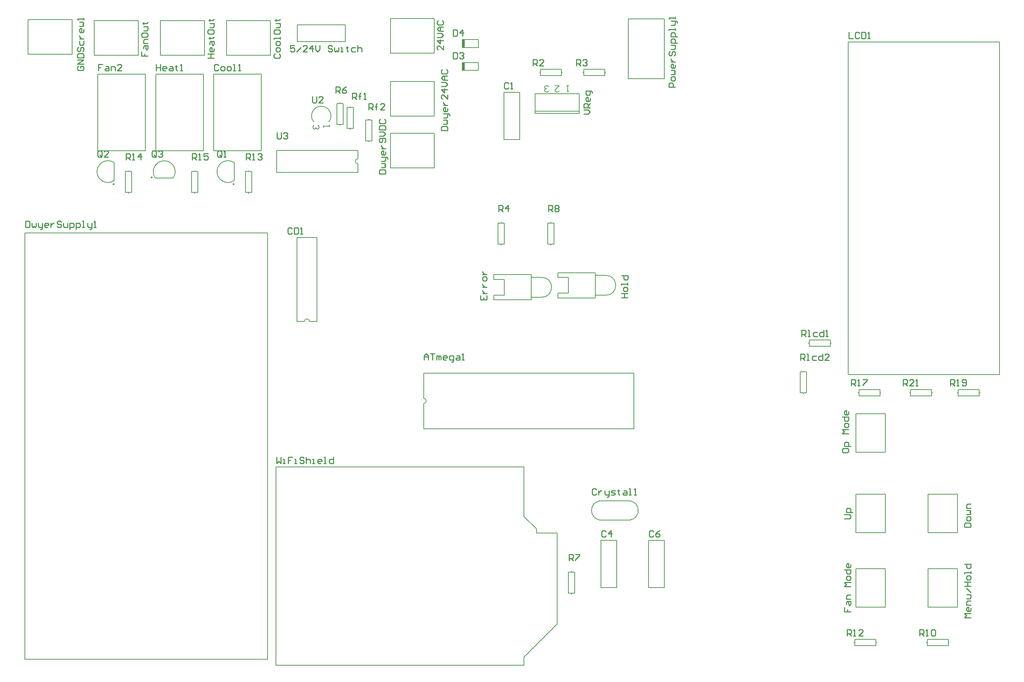
<source format=gto>
%FSLAX23Y23*%
%MOIN*%
G70*
G01*
G75*
G04 Layer_Color=65535*
%ADD10C,0.010*%
%ADD11C,0.001*%
%ADD12C,0.055*%
%ADD13R,0.059X0.059*%
%ADD14C,0.059*%
%ADD15C,0.059*%
%ADD16C,0.063*%
%ADD17R,0.063X0.063*%
%ADD18C,0.070*%
%ADD19R,0.075X0.075*%
%ADD20C,0.075*%
%ADD21C,0.106*%
G04:AMPARAMS|DCode=22|XSize=173mil|YSize=94mil|CornerRadius=24mil|HoleSize=0mil|Usage=FLASHONLY|Rotation=90.000|XOffset=0mil|YOffset=0mil|HoleType=Round|Shape=RoundedRectangle|*
%AMROUNDEDRECTD22*
21,1,0.173,0.047,0,0,90.0*
21,1,0.126,0.094,0,0,90.0*
1,1,0.047,0.024,0.063*
1,1,0.047,0.024,-0.063*
1,1,0.047,-0.024,-0.063*
1,1,0.047,-0.024,0.063*
%
%ADD22ROUNDEDRECTD22*%
%ADD23R,0.185X0.094*%
G04:AMPARAMS|DCode=24|XSize=173mil|YSize=94mil|CornerRadius=24mil|HoleSize=0mil|Usage=FLASHONLY|Rotation=180.000|XOffset=0mil|YOffset=0mil|HoleType=Round|Shape=RoundedRectangle|*
%AMROUNDEDRECTD24*
21,1,0.173,0.047,0,0,180.0*
21,1,0.126,0.094,0,0,180.0*
1,1,0.047,-0.063,0.024*
1,1,0.047,0.063,0.024*
1,1,0.047,0.063,-0.024*
1,1,0.047,-0.063,-0.024*
%
%ADD24ROUNDEDRECTD24*%
%ADD25C,0.091*%
%ADD26O,0.079X0.039*%
%ADD27O,0.079X0.039*%
%ADD28O,0.039X0.079*%
%ADD29O,0.039X0.079*%
%ADD30R,0.059X0.059*%
%ADD31C,0.047*%
%ADD32C,0.039*%
%ADD33R,0.047X0.047*%
%ADD34C,0.079*%
%ADD35R,0.079X0.079*%
%ADD36C,0.071*%
%ADD37C,0.008*%
%ADD38C,0.005*%
%ADD39C,0.010*%
%ADD40C,0.006*%
%ADD41R,0.031X0.075*%
D10*
X3346Y5335D02*
Y5395D01*
X3376D01*
X3386Y5385D01*
Y5365D01*
X3376Y5355D01*
X3346D01*
X3366D02*
X3386Y5335D01*
X3416D02*
Y5385D01*
Y5365D01*
X3406D01*
X3426D01*
X3416D01*
Y5385D01*
X3426Y5395D01*
X3496Y5335D02*
X3456D01*
X3496Y5375D01*
Y5385D01*
X3486Y5395D01*
X3466D01*
X3456Y5385D01*
X3189Y5433D02*
Y5493D01*
X3219D01*
X3229Y5483D01*
Y5463D01*
X3219Y5453D01*
X3189D01*
X3209D02*
X3229Y5433D01*
X3259D02*
Y5483D01*
Y5463D01*
X3249D01*
X3269D01*
X3259D01*
Y5483D01*
X3269Y5493D01*
X3299Y5433D02*
X3319D01*
X3309D01*
Y5493D01*
X3299Y5483D01*
X3031Y5492D02*
Y5552D01*
X3061D01*
X3071Y5542D01*
Y5522D01*
X3061Y5512D01*
X3031D01*
X3051D02*
X3071Y5492D01*
X3131Y5552D02*
X3111Y5542D01*
X3091Y5522D01*
Y5502D01*
X3101Y5492D01*
X3121D01*
X3131Y5502D01*
Y5512D01*
X3121Y5522D01*
X3091D01*
X2473Y5116D02*
Y5066D01*
X2483Y5056D01*
X2503D01*
X2513Y5066D01*
Y5116D01*
X2533Y5106D02*
X2543Y5116D01*
X2563D01*
X2573Y5106D01*
Y5096D01*
X2563Y5086D01*
X2553D01*
X2563D01*
X2573Y5076D01*
Y5066D01*
X2563Y5056D01*
X2543D01*
X2533Y5066D01*
X2638Y5946D02*
X2598D01*
Y5916D01*
X2618Y5926D01*
X2628D01*
X2638Y5916D01*
Y5896D01*
X2628Y5886D01*
X2608D01*
X2598Y5896D01*
X2658Y5886D02*
X2698Y5926D01*
X2758Y5886D02*
X2718D01*
X2758Y5926D01*
Y5936D01*
X2748Y5946D01*
X2728D01*
X2718Y5936D01*
X2808Y5886D02*
Y5946D01*
X2778Y5916D01*
X2818D01*
X2838Y5946D02*
Y5906D01*
X2858Y5886D01*
X2878Y5906D01*
Y5946D01*
X2998Y5936D02*
X2988Y5946D01*
X2968D01*
X2958Y5936D01*
Y5926D01*
X2968Y5916D01*
X2988D01*
X2998Y5906D01*
Y5896D01*
X2988Y5886D01*
X2968D01*
X2958Y5896D01*
X3018Y5926D02*
Y5896D01*
X3028Y5886D01*
X3038Y5896D01*
X3048Y5886D01*
X3058Y5896D01*
Y5926D01*
X3078Y5886D02*
X3098D01*
X3088D01*
Y5926D01*
X3078D01*
X3138Y5936D02*
Y5926D01*
X3128D01*
X3148D01*
X3138D01*
Y5896D01*
X3148Y5886D01*
X3218Y5926D02*
X3188D01*
X3178Y5916D01*
Y5896D01*
X3188Y5886D01*
X3218D01*
X3238Y5946D02*
Y5886D01*
Y5916D01*
X3248Y5926D01*
X3268D01*
X3278Y5916D01*
Y5886D01*
X5393Y5295D02*
X5433D01*
X5453Y5315D01*
X5433Y5335D01*
X5393D01*
X5453Y5355D02*
X5393D01*
Y5385D01*
X5403Y5395D01*
X5423D01*
X5433Y5385D01*
Y5355D01*
Y5375D02*
X5453Y5395D01*
Y5445D02*
Y5425D01*
X5443Y5415D01*
X5423D01*
X5413Y5425D01*
Y5445D01*
X5423Y5455D01*
X5433D01*
Y5415D01*
X5473Y5495D02*
Y5505D01*
X5463Y5515D01*
X5413D01*
Y5485D01*
X5423Y5475D01*
X5443D01*
X5453Y5485D01*
Y5515D01*
X4408Y3563D02*
X4409Y3523D01*
X4469Y3524D01*
X4468Y3564D01*
X4439Y3524D02*
X4438Y3544D01*
X4428Y3583D02*
X4468Y3584D01*
X4448Y3584D01*
X4438Y3593D01*
X4428Y3603D01*
X4428Y3613D01*
X4428Y3643D02*
X4468Y3644D01*
X4448Y3644D01*
X4438Y3653D01*
X4428Y3663D01*
X4428Y3673D01*
X4468Y3714D02*
X4468Y3734D01*
X4458Y3744D01*
X4438Y3743D01*
X4428Y3733D01*
X4428Y3713D01*
X4438Y3703D01*
X4458Y3704D01*
X4468Y3714D01*
X4428Y3763D02*
X4468Y3764D01*
X4448Y3763D01*
X4438Y3773D01*
X4428Y3783D01*
X4428Y3793D01*
X5747Y3544D02*
X5807Y3543D01*
X5777Y3544D01*
X5778Y3584D01*
X5748Y3584D01*
X5808Y3583D01*
X5808Y3613D02*
X5809Y3633D01*
X5799Y3643D01*
X5779Y3644D01*
X5769Y3634D01*
X5768Y3614D01*
X5778Y3604D01*
X5798Y3603D01*
X5808Y3613D01*
X5809Y3663D02*
X5809Y3683D01*
X5809Y3673D01*
X5749Y3674D01*
X5749Y3664D01*
X5751Y3754D02*
X5811Y3753D01*
X5810Y3723D01*
X5800Y3713D01*
X5780Y3714D01*
X5770Y3724D01*
X5771Y3754D01*
X9015Y1358D02*
X9075D01*
Y1388D01*
X9065Y1398D01*
X9025D01*
X9015Y1388D01*
Y1358D01*
X9075Y1428D02*
Y1448D01*
X9065Y1458D01*
X9045D01*
X9035Y1448D01*
Y1428D01*
X9045Y1418D01*
X9065D01*
X9075Y1428D01*
X9035Y1478D02*
X9065D01*
X9075Y1488D01*
X9065Y1498D01*
X9075Y1508D01*
X9065Y1518D01*
X9035D01*
X9075Y1538D02*
X9035D01*
Y1568D01*
X9045Y1578D01*
X9075D01*
Y492D02*
X9015D01*
X9035Y512D01*
X9015Y532D01*
X9075D01*
Y582D02*
Y562D01*
X9065Y552D01*
X9045D01*
X9035Y562D01*
Y582D01*
X9045Y592D01*
X9055D01*
Y552D01*
X9075Y612D02*
X9035D01*
Y642D01*
X9045Y652D01*
X9075D01*
X9035Y672D02*
X9065D01*
X9075Y682D01*
Y712D01*
X9035D01*
X9075Y732D02*
X9035Y772D01*
X9015Y792D02*
X9075D01*
X9045D01*
Y832D01*
X9015D01*
X9075D01*
Y862D02*
Y882D01*
X9065Y892D01*
X9045D01*
X9035Y882D01*
Y862D01*
X9045Y852D01*
X9065D01*
X9075Y862D01*
Y912D02*
Y932D01*
Y922D01*
X9015D01*
Y912D01*
Y1002D02*
X9075D01*
Y972D01*
X9065Y962D01*
X9045D01*
X9035Y972D01*
Y1002D01*
X7873Y591D02*
Y551D01*
X7903D01*
Y571D01*
Y551D01*
X7933D01*
X7893Y621D02*
Y641D01*
X7903Y651D01*
X7933D01*
Y621D01*
X7923Y611D01*
X7913Y621D01*
Y651D01*
X7933Y671D02*
X7893D01*
Y701D01*
X7903Y711D01*
X7933D01*
Y791D02*
X7873D01*
X7893Y811D01*
X7873Y831D01*
X7933D01*
Y861D02*
Y881D01*
X7923Y891D01*
X7903D01*
X7893Y881D01*
Y861D01*
X7903Y851D01*
X7923D01*
X7933Y861D01*
X7873Y951D02*
X7933D01*
Y921D01*
X7923Y911D01*
X7903D01*
X7893Y921D01*
Y951D01*
X7933Y1001D02*
Y981D01*
X7923Y971D01*
X7903D01*
X7893Y981D01*
Y1001D01*
X7903Y1011D01*
X7913D01*
Y971D01*
X7873Y1437D02*
X7923D01*
X7933Y1447D01*
Y1467D01*
X7923Y1477D01*
X7873D01*
X7953Y1497D02*
X7893D01*
Y1527D01*
X7903Y1537D01*
X7923D01*
X7933Y1527D01*
Y1497D01*
X7853Y2097D02*
Y2077D01*
X7863Y2067D01*
X7903D01*
X7913Y2077D01*
Y2097D01*
X7903Y2107D01*
X7863D01*
X7853Y2097D01*
X7933Y2127D02*
X7873D01*
Y2157D01*
X7883Y2167D01*
X7903D01*
X7913Y2157D01*
Y2127D01*
Y2247D02*
X7853D01*
X7873Y2267D01*
X7853Y2287D01*
X7913D01*
Y2317D02*
Y2337D01*
X7903Y2347D01*
X7883D01*
X7873Y2337D01*
Y2317D01*
X7883Y2307D01*
X7903D01*
X7913Y2317D01*
X7853Y2407D02*
X7913D01*
Y2377D01*
X7903Y2367D01*
X7883D01*
X7873Y2377D01*
Y2407D01*
X7913Y2457D02*
Y2437D01*
X7903Y2427D01*
X7883D01*
X7873Y2437D01*
Y2457D01*
X7883Y2467D01*
X7893D01*
Y2427D01*
X3444Y4724D02*
X3504D01*
Y4754D01*
X3494Y4764D01*
X3454D01*
X3444Y4754D01*
Y4724D01*
X3464Y4784D02*
X3494D01*
X3504Y4794D01*
X3494Y4804D01*
X3504Y4814D01*
X3494Y4824D01*
X3464D01*
Y4844D02*
X3494D01*
X3504Y4854D01*
Y4884D01*
X3514D01*
X3524Y4874D01*
Y4864D01*
X3504Y4884D02*
X3464D01*
X3504Y4934D02*
Y4914D01*
X3494Y4904D01*
X3474D01*
X3464Y4914D01*
Y4934D01*
X3474Y4944D01*
X3484D01*
Y4904D01*
X3464Y4964D02*
X3504D01*
X3484D01*
X3474Y4974D01*
X3464Y4984D01*
Y4994D01*
X3494Y5024D02*
X3504Y5034D01*
Y5054D01*
X3494Y5064D01*
X3454D01*
X3444Y5054D01*
Y5034D01*
X3454Y5024D01*
X3464D01*
X3474Y5034D01*
Y5064D01*
X3444Y5084D02*
X3484D01*
X3504Y5104D01*
X3484Y5124D01*
X3444D01*
Y5144D02*
X3504D01*
Y5174D01*
X3494Y5184D01*
X3454D01*
X3444Y5174D01*
Y5144D01*
X3454Y5244D02*
X3444Y5234D01*
Y5214D01*
X3454Y5204D01*
X3494D01*
X3504Y5214D01*
Y5234D01*
X3494Y5244D01*
X4035Y5138D02*
X4094D01*
Y5168D01*
X4084Y5178D01*
X4045D01*
X4035Y5168D01*
Y5138D01*
X4055Y5198D02*
X4084D01*
X4094Y5208D01*
X4084Y5218D01*
X4094Y5228D01*
X4084Y5238D01*
X4055D01*
Y5258D02*
X4084D01*
X4094Y5268D01*
Y5298D01*
X4104D01*
X4114Y5288D01*
Y5278D01*
X4094Y5298D02*
X4055D01*
X4094Y5348D02*
Y5328D01*
X4084Y5318D01*
X4064D01*
X4055Y5328D01*
Y5348D01*
X4064Y5358D01*
X4074D01*
Y5318D01*
X4055Y5378D02*
X4094D01*
X4074D01*
X4064Y5388D01*
X4055Y5398D01*
Y5408D01*
X4094Y5478D02*
Y5438D01*
X4055Y5478D01*
X4045D01*
X4035Y5468D01*
Y5448D01*
X4045Y5438D01*
X4094Y5528D02*
X4035D01*
X4064Y5498D01*
Y5538D01*
X4035Y5558D02*
X4074D01*
X4094Y5578D01*
X4074Y5598D01*
X4035D01*
X4094Y5618D02*
X4055D01*
X4035Y5638D01*
X4055Y5658D01*
X4094D01*
X4064D01*
Y5618D01*
X4045Y5718D02*
X4035Y5708D01*
Y5688D01*
X4045Y5678D01*
X4084D01*
X4094Y5688D01*
Y5708D01*
X4084Y5718D01*
X580Y5749D02*
X570Y5739D01*
Y5719D01*
X580Y5709D01*
X620D01*
X630Y5719D01*
Y5739D01*
X620Y5749D01*
X600D01*
Y5729D01*
X630Y5769D02*
X570D01*
X630Y5809D01*
X570D01*
Y5829D02*
X630D01*
Y5859D01*
X620Y5869D01*
X580D01*
X570Y5859D01*
Y5829D01*
X580Y5929D02*
X570Y5919D01*
Y5899D01*
X580Y5889D01*
X590D01*
X600Y5899D01*
Y5919D01*
X610Y5929D01*
X620D01*
X630Y5919D01*
Y5899D01*
X620Y5889D01*
X590Y5989D02*
Y5959D01*
X600Y5949D01*
X620D01*
X630Y5959D01*
Y5989D01*
X590Y6009D02*
X630D01*
X610D01*
X600Y6019D01*
X590Y6029D01*
Y6039D01*
X630Y6099D02*
Y6079D01*
X620Y6069D01*
X600D01*
X590Y6079D01*
Y6099D01*
X600Y6109D01*
X610D01*
Y6069D01*
X590Y6129D02*
X620D01*
X630Y6139D01*
X620Y6149D01*
X630Y6159D01*
X620Y6169D01*
X590D01*
X630Y6189D02*
Y6208D01*
Y6199D01*
X570D01*
X580Y6189D01*
X1180Y5886D02*
Y5846D01*
X1210D01*
Y5866D01*
Y5846D01*
X1240D01*
X1200Y5916D02*
Y5936D01*
X1210Y5946D01*
X1240D01*
Y5916D01*
X1230Y5906D01*
X1220Y5916D01*
Y5946D01*
X1240Y5966D02*
X1200D01*
Y5996D01*
X1210Y6006D01*
X1240D01*
X1180Y6056D02*
Y6036D01*
X1190Y6026D01*
X1230D01*
X1240Y6036D01*
Y6056D01*
X1230Y6066D01*
X1190D01*
X1180Y6056D01*
X1200Y6086D02*
X1230D01*
X1240Y6096D01*
Y6126D01*
X1200D01*
X1190Y6156D02*
X1200D01*
Y6146D01*
Y6166D01*
Y6156D01*
X1230D01*
X1240Y6166D01*
X1810Y5827D02*
X1870D01*
X1840D01*
Y5867D01*
X1810D01*
X1870D01*
Y5917D02*
Y5897D01*
X1860Y5887D01*
X1840D01*
X1830Y5897D01*
Y5917D01*
X1840Y5927D01*
X1850D01*
Y5887D01*
X1830Y5957D02*
Y5977D01*
X1840Y5987D01*
X1870D01*
Y5957D01*
X1860Y5947D01*
X1850Y5957D01*
Y5987D01*
X1820Y6017D02*
X1830D01*
Y6007D01*
Y6027D01*
Y6017D01*
X1860D01*
X1870Y6027D01*
X1810Y6087D02*
Y6067D01*
X1820Y6057D01*
X1860D01*
X1870Y6067D01*
Y6087D01*
X1860Y6097D01*
X1820D01*
X1810Y6087D01*
X1830Y6117D02*
X1860D01*
X1870Y6127D01*
Y6157D01*
X1830D01*
X1820Y6187D02*
X1830D01*
Y6177D01*
Y6197D01*
Y6187D01*
X1860D01*
X1870Y6197D01*
X2450Y5867D02*
X2440Y5857D01*
Y5837D01*
X2450Y5827D01*
X2490D01*
X2500Y5837D01*
Y5857D01*
X2490Y5867D01*
X2500Y5897D02*
Y5917D01*
X2490Y5927D01*
X2470D01*
X2460Y5917D01*
Y5897D01*
X2470Y5887D01*
X2490D01*
X2500Y5897D01*
Y5957D02*
Y5977D01*
X2490Y5987D01*
X2470D01*
X2460Y5977D01*
Y5957D01*
X2470Y5947D01*
X2490D01*
X2500Y5957D01*
Y6007D02*
Y6027D01*
Y6017D01*
X2440D01*
Y6007D01*
Y6087D02*
Y6067D01*
X2450Y6057D01*
X2490D01*
X2500Y6067D01*
Y6087D01*
X2490Y6097D01*
X2450D01*
X2440Y6087D01*
X2460Y6117D02*
X2490D01*
X2500Y6127D01*
Y6157D01*
X2460D01*
X2450Y6187D02*
X2460D01*
Y6177D01*
Y6197D01*
Y6187D01*
X2490D01*
X2500Y6197D01*
X4055Y5945D02*
Y5906D01*
X4015Y5945D01*
X4005D01*
X3995Y5936D01*
Y5916D01*
X4005Y5906D01*
X4055Y5995D02*
X3995D01*
X4025Y5965D01*
Y6005D01*
X3995Y6025D02*
X4035D01*
X4055Y6045D01*
X4035Y6065D01*
X3995D01*
X4055Y6085D02*
X4015D01*
X3995Y6105D01*
X4015Y6125D01*
X4055D01*
X4025D01*
Y6085D01*
X4005Y6185D02*
X3995Y6175D01*
Y6155D01*
X4005Y6145D01*
X4045D01*
X4055Y6155D01*
Y6175D01*
X4045Y6185D01*
X6260Y5551D02*
X6200D01*
Y5581D01*
X6210Y5591D01*
X6230D01*
X6240Y5581D01*
Y5551D01*
X6260Y5621D02*
Y5641D01*
X6250Y5651D01*
X6230D01*
X6220Y5641D01*
Y5621D01*
X6230Y5611D01*
X6250D01*
X6260Y5621D01*
X6220Y5671D02*
X6250D01*
X6260Y5681D01*
X6250Y5691D01*
X6260Y5701D01*
X6250Y5711D01*
X6220D01*
X6260Y5761D02*
Y5741D01*
X6250Y5731D01*
X6230D01*
X6220Y5741D01*
Y5761D01*
X6230Y5771D01*
X6240D01*
Y5731D01*
X6220Y5791D02*
X6260D01*
X6240D01*
X6230Y5801D01*
X6220Y5811D01*
Y5821D01*
X6210Y5891D02*
X6200Y5881D01*
Y5861D01*
X6210Y5851D01*
X6220D01*
X6230Y5861D01*
Y5881D01*
X6240Y5891D01*
X6250D01*
X6260Y5881D01*
Y5861D01*
X6250Y5851D01*
X6220Y5911D02*
X6250D01*
X6260Y5921D01*
Y5951D01*
X6220D01*
X6280Y5971D02*
X6220D01*
Y6001D01*
X6230Y6011D01*
X6250D01*
X6260Y6001D01*
Y5971D01*
X6280Y6031D02*
X6220D01*
Y6061D01*
X6230Y6071D01*
X6250D01*
X6260Y6061D01*
Y6031D01*
Y6091D02*
Y6111D01*
Y6101D01*
X6200D01*
Y6091D01*
X6220Y6141D02*
X6250D01*
X6260Y6151D01*
Y6181D01*
X6270D01*
X6280Y6171D01*
Y6161D01*
X6260Y6181D02*
X6220D01*
X6260Y6201D02*
Y6221D01*
Y6211D01*
X6200D01*
X6210Y6201D01*
X3873Y2951D02*
Y2991D01*
X3893Y3011D01*
X3913Y2991D01*
Y2951D01*
Y2981D01*
X3873D01*
X3933Y3011D02*
X3973D01*
X3953D01*
Y2951D01*
X3993D02*
Y2991D01*
X4003D01*
X4013Y2981D01*
Y2951D01*
Y2981D01*
X4023Y2991D01*
X4033Y2981D01*
Y2951D01*
X4083D02*
X4063D01*
X4053Y2961D01*
Y2981D01*
X4063Y2991D01*
X4083D01*
X4093Y2981D01*
Y2971D01*
X4053D01*
X4133Y2931D02*
X4143D01*
X4153Y2941D01*
Y2991D01*
X4123D01*
X4113Y2981D01*
Y2961D01*
X4123Y2951D01*
X4153D01*
X4183Y2991D02*
X4203D01*
X4213Y2981D01*
Y2951D01*
X4183D01*
X4173Y2961D01*
X4183Y2971D01*
X4213D01*
X4233Y2951D02*
X4253D01*
X4243D01*
Y3011D01*
X4233Y3001D01*
X4676Y5584D02*
X4666Y5594D01*
X4646D01*
X4636Y5584D01*
Y5544D01*
X4646Y5534D01*
X4666D01*
X4676Y5544D01*
X4696Y5534D02*
X4716D01*
X4706D01*
Y5594D01*
X4696Y5584D01*
X5601Y1312D02*
X5591Y1322D01*
X5571D01*
X5561Y1312D01*
Y1272D01*
X5571Y1262D01*
X5591D01*
X5601Y1272D01*
X5651Y1262D02*
Y1322D01*
X5621Y1292D01*
X5661D01*
X6054Y1312D02*
X6044Y1322D01*
X6024D01*
X6014Y1312D01*
Y1272D01*
X6024Y1262D01*
X6044D01*
X6054Y1272D01*
X6114Y1322D02*
X6094Y1312D01*
X6074Y1292D01*
Y1272D01*
X6084Y1262D01*
X6104D01*
X6114Y1272D01*
Y1282D01*
X6104Y1292D01*
X6074D01*
X2615Y4200D02*
X2605Y4210D01*
X2585D01*
X2575Y4200D01*
Y4160D01*
X2585Y4150D01*
X2605D01*
X2615Y4160D01*
X2635Y4210D02*
Y4150D01*
X2665D01*
X2675Y4160D01*
Y4200D01*
X2665Y4210D01*
X2635D01*
X2695Y4150D02*
X2715D01*
X2705D01*
Y4210D01*
X2695Y4200D01*
X1914Y5757D02*
X1904Y5767D01*
X1884D01*
X1874Y5757D01*
Y5717D01*
X1884Y5707D01*
X1904D01*
X1914Y5717D01*
X1944Y5707D02*
X1964D01*
X1974Y5717D01*
Y5737D01*
X1964Y5747D01*
X1944D01*
X1934Y5737D01*
Y5717D01*
X1944Y5707D01*
X2004D02*
X2024D01*
X2034Y5717D01*
Y5737D01*
X2024Y5747D01*
X2004D01*
X1994Y5737D01*
Y5717D01*
X2004Y5707D01*
X2054D02*
X2074D01*
X2064D01*
Y5767D01*
X2054D01*
X2104Y5707D02*
X2124D01*
X2114D01*
Y5767D01*
X2104Y5757D01*
X5511Y1712D02*
X5501Y1722D01*
X5481D01*
X5471Y1712D01*
Y1672D01*
X5481Y1662D01*
X5501D01*
X5511Y1672D01*
X5531Y1702D02*
Y1662D01*
Y1682D01*
X5541Y1692D01*
X5551Y1702D01*
X5561D01*
X5591D02*
Y1672D01*
X5601Y1662D01*
X5631D01*
Y1652D01*
X5621Y1642D01*
X5611D01*
X5631Y1662D02*
Y1702D01*
X5651Y1662D02*
X5681D01*
X5691Y1672D01*
X5681Y1682D01*
X5661D01*
X5651Y1692D01*
X5661Y1702D01*
X5691D01*
X5721Y1712D02*
Y1702D01*
X5711D01*
X5731D01*
X5721D01*
Y1672D01*
X5731Y1662D01*
X5771Y1702D02*
X5791D01*
X5801Y1692D01*
Y1662D01*
X5771D01*
X5761Y1672D01*
X5771Y1682D01*
X5801D01*
X5821Y1662D02*
X5841D01*
X5831D01*
Y1722D01*
X5821D01*
X5871Y1662D02*
X5891D01*
X5881D01*
Y1722D01*
X5871Y1712D01*
X4148Y5879D02*
Y5819D01*
X4178D01*
X4188Y5829D01*
Y5869D01*
X4178Y5879D01*
X4148D01*
X4208Y5869D02*
X4218Y5879D01*
X4238D01*
X4248Y5869D01*
Y5859D01*
X4238Y5849D01*
X4228D01*
X4238D01*
X4248Y5839D01*
Y5829D01*
X4238Y5819D01*
X4218D01*
X4208Y5829D01*
X4148Y6096D02*
Y6036D01*
X4178D01*
X4188Y6046D01*
Y6086D01*
X4178Y6096D01*
X4148D01*
X4238Y6036D02*
Y6096D01*
X4208Y6066D01*
X4248D01*
X77Y4275D02*
Y4215D01*
X107D01*
X117Y4225D01*
Y4265D01*
X107Y4275D01*
X77D01*
X137Y4255D02*
Y4225D01*
X147Y4215D01*
X157Y4225D01*
X167Y4215D01*
X177Y4225D01*
Y4255D01*
X197D02*
Y4225D01*
X207Y4215D01*
X237D01*
Y4205D01*
X227Y4195D01*
X217D01*
X237Y4215D02*
Y4255D01*
X287Y4215D02*
X267D01*
X257Y4225D01*
Y4245D01*
X267Y4255D01*
X287D01*
X297Y4245D01*
Y4235D01*
X257D01*
X317Y4255D02*
Y4215D01*
Y4235D01*
X327Y4245D01*
X337Y4255D01*
X347D01*
X417Y4265D02*
X407Y4275D01*
X387D01*
X377Y4265D01*
Y4255D01*
X387Y4245D01*
X407D01*
X417Y4235D01*
Y4225D01*
X407Y4215D01*
X387D01*
X377Y4225D01*
X437Y4255D02*
Y4225D01*
X447Y4215D01*
X477D01*
Y4255D01*
X497Y4195D02*
Y4255D01*
X527D01*
X537Y4245D01*
Y4225D01*
X527Y4215D01*
X497D01*
X557Y4195D02*
Y4255D01*
X587D01*
X597Y4245D01*
Y4225D01*
X587Y4215D01*
X557D01*
X617D02*
X637D01*
X627D01*
Y4275D01*
X617D01*
X667Y4255D02*
Y4225D01*
X677Y4215D01*
X707D01*
Y4205D01*
X697Y4195D01*
X687D01*
X707Y4215D02*
Y4255D01*
X727Y4215D02*
X747D01*
X737D01*
Y4275D01*
X727Y4265D01*
X812Y5767D02*
X772D01*
Y5737D01*
X792D01*
X772D01*
Y5707D01*
X842Y5747D02*
X862D01*
X872Y5737D01*
Y5707D01*
X842D01*
X832Y5717D01*
X842Y5727D01*
X872D01*
X892Y5707D02*
Y5747D01*
X922D01*
X932Y5737D01*
Y5707D01*
X992D02*
X952D01*
X992Y5747D01*
Y5757D01*
X982Y5767D01*
X962D01*
X952Y5757D01*
X1323Y5767D02*
Y5707D01*
Y5737D01*
X1363D01*
Y5767D01*
Y5707D01*
X1413D02*
X1393D01*
X1383Y5717D01*
Y5737D01*
X1393Y5747D01*
X1413D01*
X1423Y5737D01*
Y5727D01*
X1383D01*
X1453Y5747D02*
X1473D01*
X1483Y5737D01*
Y5707D01*
X1453D01*
X1443Y5717D01*
X1453Y5727D01*
X1483D01*
X1513Y5757D02*
Y5747D01*
X1503D01*
X1523D01*
X1513D01*
Y5717D01*
X1523Y5707D01*
X1553D02*
X1573D01*
X1563D01*
Y5767D01*
X1553Y5757D01*
X7914Y6075D02*
Y6015D01*
X7954D01*
X8014Y6065D02*
X8004Y6075D01*
X7984D01*
X7974Y6065D01*
Y6025D01*
X7984Y6015D01*
X8004D01*
X8014Y6025D01*
X8034Y6075D02*
Y6015D01*
X8064D01*
X8074Y6025D01*
Y6065D01*
X8064Y6075D01*
X8034D01*
X8094Y6015D02*
X8114D01*
X8104D01*
Y6075D01*
X8094Y6065D01*
X804Y4893D02*
Y4933D01*
X794Y4943D01*
X774D01*
X764Y4933D01*
Y4893D01*
X774Y4883D01*
X794D01*
X784Y4903D02*
X804Y4883D01*
X794D02*
X804Y4893D01*
X864Y4883D02*
X824D01*
X864Y4923D01*
Y4933D01*
X854Y4943D01*
X834D01*
X824Y4933D01*
X1320Y4892D02*
Y4932D01*
X1310Y4942D01*
X1290D01*
X1280Y4932D01*
Y4892D01*
X1290Y4882D01*
X1310D01*
X1300Y4902D02*
X1320Y4882D01*
X1310D02*
X1320Y4892D01*
X1340Y4932D02*
X1350Y4942D01*
X1370D01*
X1380Y4932D01*
Y4922D01*
X1370Y4912D01*
X1360D01*
X1370D01*
X1380Y4902D01*
Y4892D01*
X1370Y4882D01*
X1350D01*
X1340Y4892D01*
X4907Y5753D02*
Y5813D01*
X4937D01*
X4947Y5803D01*
Y5783D01*
X4937Y5773D01*
X4907D01*
X4927D02*
X4947Y5753D01*
X5007D02*
X4967D01*
X5007Y5793D01*
Y5803D01*
X4997Y5813D01*
X4977D01*
X4967Y5803D01*
X5320Y5753D02*
Y5813D01*
X5350D01*
X5360Y5803D01*
Y5783D01*
X5350Y5773D01*
X5320D01*
X5340D02*
X5360Y5753D01*
X5380Y5803D02*
X5390Y5813D01*
X5410D01*
X5420Y5803D01*
Y5793D01*
X5410Y5783D01*
X5400D01*
X5410D01*
X5420Y5773D01*
Y5763D01*
X5410Y5753D01*
X5390D01*
X5380Y5763D01*
X4582Y4365D02*
Y4425D01*
X4612D01*
X4622Y4415D01*
Y4395D01*
X4612Y4385D01*
X4582D01*
X4602D02*
X4622Y4365D01*
X4672D02*
Y4425D01*
X4642Y4395D01*
X4682D01*
X5251Y1038D02*
Y1098D01*
X5281D01*
X5291Y1088D01*
Y1068D01*
X5281Y1058D01*
X5251D01*
X5271D02*
X5291Y1038D01*
X5311Y1098D02*
X5351D01*
Y1088D01*
X5311Y1048D01*
Y1038D01*
X5055Y4365D02*
Y4425D01*
X5085D01*
X5095Y4415D01*
Y4395D01*
X5085Y4385D01*
X5055D01*
X5075D02*
X5095Y4365D01*
X5115Y4415D02*
X5125Y4425D01*
X5145D01*
X5155Y4415D01*
Y4405D01*
X5145Y4395D01*
X5155Y4385D01*
Y4375D01*
X5145Y4365D01*
X5125D01*
X5115Y4375D01*
Y4385D01*
X5125Y4395D01*
X5115Y4405D01*
Y4415D01*
X5125Y4395D02*
X5145D01*
X8589Y320D02*
Y380D01*
X8619D01*
X8629Y370D01*
Y350D01*
X8619Y340D01*
X8589D01*
X8609D02*
X8629Y320D01*
X8649D02*
X8669D01*
X8659D01*
Y380D01*
X8649Y370D01*
X8699D02*
X8709Y380D01*
X8729D01*
X8739Y370D01*
Y330D01*
X8729Y320D01*
X8709D01*
X8699Y330D01*
Y370D01*
X7899Y320D02*
Y380D01*
X7929D01*
X7939Y370D01*
Y350D01*
X7929Y340D01*
X7899D01*
X7919D02*
X7939Y320D01*
X7959D02*
X7979D01*
X7969D01*
Y380D01*
X7959Y370D01*
X8049Y320D02*
X8009D01*
X8049Y360D01*
Y370D01*
X8039Y380D01*
X8019D01*
X8009Y370D01*
X2177Y4858D02*
Y4918D01*
X2207D01*
X2217Y4908D01*
Y4888D01*
X2207Y4878D01*
X2177D01*
X2197D02*
X2217Y4858D01*
X2237D02*
X2257D01*
X2247D01*
Y4918D01*
X2237Y4908D01*
X2287D02*
X2297Y4918D01*
X2317D01*
X2327Y4908D01*
Y4898D01*
X2317Y4888D01*
X2307D01*
X2317D01*
X2327Y4878D01*
Y4868D01*
X2317Y4858D01*
X2297D01*
X2287Y4868D01*
X1035Y4857D02*
Y4917D01*
X1065D01*
X1075Y4907D01*
Y4887D01*
X1065Y4877D01*
X1035D01*
X1055D02*
X1075Y4857D01*
X1095D02*
X1115D01*
X1105D01*
Y4917D01*
X1095Y4907D01*
X1175Y4857D02*
Y4917D01*
X1145Y4887D01*
X1185D01*
X1665Y4858D02*
Y4918D01*
X1695D01*
X1705Y4908D01*
Y4888D01*
X1695Y4878D01*
X1665D01*
X1685D02*
X1705Y4858D01*
X1725D02*
X1745D01*
X1735D01*
Y4918D01*
X1725Y4908D01*
X1815Y4918D02*
X1775D01*
Y4888D01*
X1795Y4898D01*
X1805D01*
X1815Y4888D01*
Y4868D01*
X1805Y4858D01*
X1785D01*
X1775Y4868D01*
X7939Y2702D02*
Y2762D01*
X7969D01*
X7979Y2752D01*
Y2732D01*
X7969Y2722D01*
X7939D01*
X7959D02*
X7979Y2702D01*
X7999D02*
X8019D01*
X8009D01*
Y2762D01*
X7999Y2752D01*
X8049Y2762D02*
X8088D01*
Y2752D01*
X8049Y2712D01*
Y2702D01*
X8883Y2702D02*
Y2762D01*
X8913D01*
X8923Y2752D01*
Y2732D01*
X8913Y2722D01*
X8883D01*
X8903D02*
X8923Y2702D01*
X8943D02*
X8963D01*
X8953D01*
Y2762D01*
X8943Y2752D01*
X8993Y2712D02*
X9003Y2702D01*
X9023D01*
X9033Y2712D01*
Y2752D01*
X9023Y2762D01*
X9003D01*
X8993Y2752D01*
Y2742D01*
X9003Y2732D01*
X9033D01*
X8431Y2702D02*
Y2762D01*
X8461D01*
X8471Y2752D01*
Y2732D01*
X8461Y2722D01*
X8431D01*
X8451D02*
X8471Y2702D01*
X8531D02*
X8491D01*
X8531Y2742D01*
Y2752D01*
X8521Y2762D01*
X8501D01*
X8491Y2752D01*
X8551Y2702D02*
X8571D01*
X8561D01*
Y2762D01*
X8551Y2752D01*
X7466Y3175D02*
Y3235D01*
X7496D01*
X7506Y3225D01*
Y3205D01*
X7496Y3195D01*
X7466D01*
X7486D02*
X7506Y3175D01*
X7526D02*
X7546D01*
X7536D01*
Y3235D01*
X7526D01*
X7616Y3215D02*
X7586D01*
X7576Y3205D01*
Y3185D01*
X7586Y3175D01*
X7616D01*
X7676Y3235D02*
Y3175D01*
X7646D01*
X7636Y3185D01*
Y3205D01*
X7646Y3215D01*
X7676D01*
X7696Y3175D02*
X7716D01*
X7706D01*
Y3235D01*
X7696Y3225D01*
X7456Y2948D02*
Y3008D01*
X7486D01*
X7496Y2998D01*
Y2978D01*
X7486Y2968D01*
X7456D01*
X7476D02*
X7496Y2948D01*
X7516D02*
X7536D01*
X7526D01*
Y3008D01*
X7516D01*
X7606Y2988D02*
X7576D01*
X7566Y2978D01*
Y2958D01*
X7576Y2948D01*
X7606D01*
X7666Y3008D02*
Y2948D01*
X7636D01*
X7626Y2958D01*
Y2978D01*
X7636Y2988D01*
X7666D01*
X7726Y2948D02*
X7686D01*
X7726Y2988D01*
Y2998D01*
X7716Y3008D01*
X7696D01*
X7686Y2998D01*
X2807Y5461D02*
Y5411D01*
X2817Y5401D01*
X2837D01*
X2847Y5411D01*
Y5461D01*
X2907Y5401D02*
X2867D01*
X2907Y5441D01*
Y5451D01*
X2897Y5461D01*
X2877D01*
X2867Y5451D01*
X1946Y4893D02*
Y4933D01*
X1936Y4943D01*
X1916D01*
X1906Y4933D01*
Y4893D01*
X1916Y4883D01*
X1936D01*
X1926Y4903D02*
X1946Y4883D01*
X1936D02*
X1946Y4893D01*
X1966Y4883D02*
X1986D01*
X1976D01*
Y4943D01*
X1966Y4933D01*
X2467Y2023D02*
Y1963D01*
X2487Y1983D01*
X2507Y1963D01*
Y2023D01*
X2527Y1963D02*
X2547D01*
X2537D01*
Y2003D01*
X2527D01*
X2617Y2023D02*
X2577D01*
Y1993D01*
X2597D01*
X2577D01*
Y1963D01*
X2637D02*
X2657D01*
X2647D01*
Y2003D01*
X2637D01*
X2727Y2013D02*
X2717Y2023D01*
X2697D01*
X2687Y2013D01*
Y2003D01*
X2697Y1993D01*
X2717D01*
X2727Y1983D01*
Y1973D01*
X2717Y1963D01*
X2697D01*
X2687Y1973D01*
X2747Y2023D02*
Y1963D01*
Y1993D01*
X2757Y2003D01*
X2777D01*
X2787Y1993D01*
Y1963D01*
X2807D02*
X2827D01*
X2817D01*
Y2003D01*
X2807D01*
X2887Y1963D02*
X2867D01*
X2857Y1973D01*
Y1993D01*
X2867Y2003D01*
X2887D01*
X2897Y1993D01*
Y1983D01*
X2857D01*
X2917Y1963D02*
X2937D01*
X2927D01*
Y2023D01*
X2917D01*
X3007D02*
Y1963D01*
X2977D01*
X2967Y1973D01*
Y1993D01*
X2977Y2003D01*
X3007D01*
D37*
X3242Y4868D02*
G03*
X3242Y4818I0J-25D01*
G01*
X922Y4830D02*
G03*
X922Y4659I-60J-85D01*
G01*
X1483Y4684D02*
G03*
X1312Y4684I-85J60D01*
G01*
X2781Y3316D02*
G03*
X2731Y3316I-25J0D01*
G01*
X5910Y1516D02*
G03*
X5834Y1607I-93J0D01*
G01*
Y1425D02*
G03*
X5910Y1524I-16J91D01*
G01*
X5541Y1607D02*
G03*
X5465Y1508I16J-91D01*
G01*
X5465Y1516D02*
G03*
X5541Y1425I93J0D01*
G01*
X3867Y2534D02*
G03*
X3867Y2584I0J25D01*
G01*
X2969Y5222D02*
G03*
X2818Y5222I-76J53D01*
G01*
X2064Y4830D02*
G03*
X2064Y4659I-60J-85D01*
G01*
X3346Y5029D02*
Y5038D01*
Y5238D02*
Y5247D01*
X3316Y5038D02*
X3346D01*
X3316D02*
Y5238D01*
X3376D01*
Y5038D02*
Y5238D01*
X3346Y5038D02*
X3376D01*
X3169Y5147D02*
Y5156D01*
Y5356D02*
Y5365D01*
X3139Y5156D02*
X3169D01*
X3139D02*
Y5356D01*
X3199D01*
Y5156D02*
Y5356D01*
X3169Y5156D02*
X3199D01*
X3071Y5186D02*
Y5195D01*
Y5395D02*
Y5404D01*
X3041Y5195D02*
X3071D01*
X3041D02*
Y5395D01*
X3101D01*
Y5195D02*
Y5395D01*
X3071Y5195D02*
X3101D01*
X3242Y4868D02*
Y4947D01*
Y4738D02*
Y4818D01*
X2467Y4738D02*
Y4947D01*
X3242D01*
X2467Y4738D02*
X3242D01*
X2665Y5984D02*
Y6142D01*
X3122D01*
Y5984D02*
Y6142D01*
X2665Y5984D02*
X3122D01*
X4927Y5301D02*
Y5486D01*
X5348Y5301D02*
Y5486D01*
X4927D02*
X5348D01*
X4927Y5301D02*
X5348D01*
X4927Y5321D02*
X5348D01*
X8949Y1303D02*
Y1669D01*
X8669Y1303D02*
X8949D01*
X8669D02*
Y1669D01*
X8949D01*
Y594D02*
Y961D01*
X8669Y594D02*
X8949D01*
X8669D02*
Y961D01*
X8949D01*
X8260Y594D02*
Y961D01*
X7980Y594D02*
X8260D01*
X7980D02*
Y961D01*
X8260D01*
Y1303D02*
Y1669D01*
X7980Y1303D02*
X8260D01*
X7980D02*
Y1669D01*
X8260D01*
Y2071D02*
Y2437D01*
X7980Y2071D02*
X8260D01*
X7980D02*
Y2437D01*
X8260D01*
X3551Y4780D02*
X3969D01*
X3551D02*
Y5110D01*
X3969D01*
Y4780D02*
Y5110D01*
X3551Y5272D02*
X3969D01*
X3551D02*
Y5602D01*
X3969D01*
Y5272D02*
Y5602D01*
X102Y5862D02*
X520D01*
X102D02*
Y6193D01*
X520D01*
Y5862D02*
Y6193D01*
X732Y6185D02*
X1150D01*
Y5854D02*
Y6185D01*
X732Y5854D02*
X1150D01*
X732D02*
Y6185D01*
X1362D02*
X1780D01*
Y5854D02*
Y6185D01*
X1362Y5854D02*
X1780D01*
X1362D02*
Y6185D01*
X1992D02*
X2409D01*
Y5854D02*
Y6185D01*
X1992Y5854D02*
X2409D01*
X1992D02*
Y6185D01*
X3551Y6205D02*
X3969D01*
Y5874D02*
Y6205D01*
X3551Y5874D02*
X3969D01*
X3551D02*
Y6205D01*
X5815Y5630D02*
Y6201D01*
X6157D01*
Y5630D02*
Y6201D01*
X5815Y5630D02*
X6157D01*
X8493Y2638D02*
X8502D01*
X8702D02*
X8711D01*
X8502D02*
Y2668D01*
X8702D01*
Y2608D02*
Y2668D01*
X8502Y2608D02*
X8702D01*
X8502D02*
Y2638D01*
X8946D02*
X8955D01*
X9155D02*
X9164D01*
X8955D02*
Y2668D01*
X9155D01*
Y2608D02*
Y2668D01*
X8955Y2608D02*
X9155D01*
X8955D02*
Y2638D01*
X766Y4945D02*
X1219D01*
Y5673D01*
X766D02*
X1219D01*
X766Y4945D02*
Y5673D01*
X1317Y4945D02*
X1770D01*
Y5673D01*
X1317D02*
X1770D01*
X1317Y4945D02*
Y5673D01*
X1869Y4945D02*
X2321D01*
Y5673D01*
X1869D02*
X2321D01*
X1869Y4945D02*
Y5673D01*
X8001Y2638D02*
X8010D01*
X8210D02*
X8219D01*
X8010D02*
Y2668D01*
X8210D01*
Y2608D02*
Y2668D01*
X8010Y2608D02*
X8210D01*
X8010D02*
Y2638D01*
X1059Y4537D02*
Y4546D01*
Y4746D02*
Y4755D01*
X1029Y4546D02*
X1059D01*
X1029D02*
Y4746D01*
X1089D01*
Y4546D02*
Y4746D01*
X1059Y4546D02*
X1089D01*
X1689Y4537D02*
Y4546D01*
Y4746D02*
Y4755D01*
X1659Y4546D02*
X1689D01*
X1659D02*
Y4746D01*
X1719D01*
Y4546D02*
Y4746D01*
X1689Y4546D02*
X1719D01*
X2201Y4537D02*
Y4546D01*
Y4746D02*
Y4755D01*
X2171Y4546D02*
X2201D01*
X2171D02*
Y4746D01*
X2231D01*
Y4546D02*
Y4746D01*
X2201Y4546D02*
X2231D01*
X922Y4659D02*
Y4830D01*
X1312Y4684D02*
X1483D01*
X7962Y256D02*
X7971D01*
X8171D02*
X8180D01*
X7971D02*
Y286D01*
X8171D01*
Y226D02*
Y286D01*
X7971Y226D02*
X8171D01*
X7971D02*
Y256D01*
X8860D02*
X8869D01*
X8651D02*
X8660D01*
X8860Y226D02*
Y256D01*
X8660Y226D02*
X8860D01*
X8660D02*
Y286D01*
X8860D01*
Y256D02*
Y286D01*
X2851Y3316D02*
Y4116D01*
X2661D02*
X2851D01*
X2661Y3316D02*
Y4116D01*
Y3316D02*
X2731D01*
X2781D02*
X2851D01*
X7480Y2836D02*
Y2845D01*
Y2627D02*
Y2636D01*
Y2836D02*
X7510D01*
Y2636D02*
Y2836D01*
X7450Y2636D02*
X7510D01*
X7450D02*
Y2836D01*
X7480D01*
X5079Y4045D02*
Y4054D01*
Y4254D02*
Y4263D01*
X5049Y4054D02*
X5079D01*
X5049D02*
Y4254D01*
X5109D01*
Y4054D02*
Y4254D01*
X5079Y4054D02*
X5109D01*
X6008Y779D02*
Y1229D01*
Y779D02*
X6158D01*
Y1229D01*
X6008D02*
X6158D01*
X5541Y1607D02*
X5834D01*
X5541Y1424D02*
X5834D01*
X5555Y779D02*
Y1229D01*
Y779D02*
X5705D01*
Y1229D01*
X5555D02*
X5705D01*
X3867Y2295D02*
Y2534D01*
Y2584D02*
Y2823D01*
X5867D01*
Y2295D02*
Y2823D01*
X3867Y2295D02*
X5867D01*
X9347Y2811D02*
Y5981D01*
X7907D02*
X9347D01*
X7907Y2811D02*
Y5981D01*
Y2811D02*
X9347D01*
X5276Y927D02*
Y936D01*
Y718D02*
Y727D01*
Y927D02*
X5306D01*
Y727D02*
Y927D01*
X5246Y727D02*
X5306D01*
X5246D02*
Y927D01*
X5276D01*
X2963Y5222D02*
X2969D01*
X2818Y5222D02*
X2825D01*
X4606Y4045D02*
Y4054D01*
Y4254D02*
Y4263D01*
X4576Y4054D02*
X4606D01*
X4576D02*
Y4254D01*
X4636D01*
Y4054D02*
Y4254D01*
X4606Y4054D02*
X4636D01*
X4234Y6002D02*
X4388D01*
X4234Y5927D02*
X4388D01*
Y6002D01*
X5383Y5689D02*
X5392D01*
X5592D02*
X5601D01*
X5392D02*
Y5719D01*
X5592D01*
Y5659D02*
Y5719D01*
X5392Y5659D02*
X5592D01*
X5392D02*
Y5689D01*
X4234Y5785D02*
X4388D01*
X4234Y5711D02*
X4388D01*
Y5785D01*
X4630Y5051D02*
Y5501D01*
Y5051D02*
X4780D01*
Y5501D01*
X4630D02*
X4780D01*
X4970Y5689D02*
X4979D01*
X5179D02*
X5188D01*
X4979D02*
Y5719D01*
X5179D01*
Y5659D02*
Y5719D01*
X4979Y5659D02*
X5179D01*
X4979D02*
Y5689D01*
X71Y98D02*
X2382D01*
Y4161D01*
X71Y98D02*
Y4161D01*
X2382D01*
X2064Y4659D02*
Y4830D01*
X7738Y3110D02*
X7747D01*
X7529D02*
X7538D01*
X7738Y3080D02*
Y3110D01*
X7538Y3080D02*
X7738D01*
X7538D02*
Y3140D01*
X7738D01*
Y3110D02*
Y3140D01*
X4823Y1457D02*
X4941Y1339D01*
X5138Y433D02*
Y1299D01*
X4823Y118D02*
X5138Y433D01*
X2461Y39D02*
X4823D01*
Y118D01*
X2461Y1929D02*
X4823D01*
X2461Y39D02*
Y1929D01*
X4941Y1299D02*
X5138D01*
X4941D02*
Y1339D01*
X4823Y1457D02*
Y1929D01*
D38*
X4990Y3547D02*
G03*
X4990Y3737I0J95D01*
G01*
X5600Y3566D02*
G03*
X5600Y3756I0J95D01*
G01*
X4535Y3717D02*
Y3762D01*
Y3717D02*
X4635D01*
Y3567D02*
Y3717D01*
X4535Y3567D02*
X4635D01*
X4535Y3522D02*
Y3567D01*
X4890Y3737D02*
X4990D01*
X4890Y3547D02*
X4990D01*
X4535Y3762D02*
X4890D01*
Y3522D02*
Y3762D01*
X4535Y3522D02*
X4890D01*
X5145Y3736D02*
Y3781D01*
Y3736D02*
X5245D01*
Y3586D02*
Y3736D01*
X5145Y3586D02*
X5245D01*
X5145Y3541D02*
Y3586D01*
X5500Y3756D02*
X5600D01*
X5500Y3566D02*
X5600D01*
X5145Y3781D02*
X5500D01*
Y3541D02*
Y3781D01*
X5145Y3541D02*
X5500D01*
D39*
X921Y4626D02*
G03*
X921Y4626I-5J0D01*
G01*
X1284Y4690D02*
G03*
X1284Y4690I-5J0D01*
G01*
X2063Y4626D02*
G03*
X2063Y4626I-5J0D01*
G01*
D40*
X5057Y5515D02*
X5048Y5505D01*
X5028D01*
X5018Y5515D01*
Y5525D01*
X5028Y5534D01*
X5038D01*
X5028D01*
X5018Y5544D01*
Y5554D01*
X5028Y5564D01*
X5048D01*
X5057Y5554D01*
X5248Y5564D02*
X5228D01*
X5238D01*
Y5505D01*
X5248Y5515D01*
X5118Y5564D02*
X5157D01*
X5118Y5525D01*
Y5515D01*
X5128Y5505D01*
X5148D01*
X5157Y5515D01*
X2863Y5188D02*
X2873Y5178D01*
Y5159D01*
X2863Y5149D01*
X2853D01*
X2843Y5159D01*
Y5168D01*
Y5159D01*
X2833Y5149D01*
X2823D01*
X2814Y5159D01*
Y5178D01*
X2823Y5188D01*
X2916D02*
Y5168D01*
Y5178D01*
X2975D01*
X2965Y5188D01*
D41*
X4246Y5965D02*
D03*
X4246Y5748D02*
D03*
M02*

</source>
